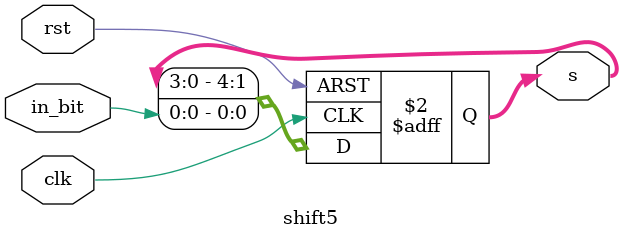
<source format=sv>
`timescale 1ns/1ps
module shift5 (
    input  logic        clk,
    input  logic        rst,
    input  logic        in_bit,
    output logic [4:0]  s
);
    always_ff @(posedge clk or posedge rst) begin
        if (rst)
            s <= 5'b0;
        else
            s <= {s[3:0], in_bit};
    end
endmodule
</source>
